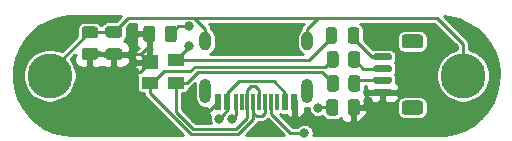
<source format=gbr>
%TF.GenerationSoftware,KiCad,Pcbnew,(5.1.10)-1*%
%TF.CreationDate,2022-01-12T20:58:50-06:00*%
%TF.ProjectId,kb-db,6b622d64-622e-46b6-9963-61645f706362,rev?*%
%TF.SameCoordinates,Original*%
%TF.FileFunction,Copper,L1,Top*%
%TF.FilePolarity,Positive*%
%FSLAX46Y46*%
G04 Gerber Fmt 4.6, Leading zero omitted, Abs format (unit mm)*
G04 Created by KiCad (PCBNEW (5.1.10)-1) date 2022-01-12 20:58:50*
%MOMM*%
%LPD*%
G01*
G04 APERTURE LIST*
%TA.AperFunction,ComponentPad*%
%ADD10C,3.800000*%
%TD*%
%TA.AperFunction,SMDPad,CuDef*%
%ADD11R,0.600000X1.450000*%
%TD*%
%TA.AperFunction,SMDPad,CuDef*%
%ADD12R,0.300000X1.450000*%
%TD*%
%TA.AperFunction,ComponentPad*%
%ADD13O,1.000000X2.100000*%
%TD*%
%TA.AperFunction,ComponentPad*%
%ADD14O,1.000000X1.600000*%
%TD*%
%TA.AperFunction,SMDPad,CuDef*%
%ADD15R,1.400000X1.000000*%
%TD*%
%TA.AperFunction,SMDPad,CuDef*%
%ADD16R,1.400000X1.200000*%
%TD*%
%TA.AperFunction,ViaPad*%
%ADD17C,0.800000*%
%TD*%
%TA.AperFunction,Conductor*%
%ADD18C,0.250000*%
%TD*%
%TA.AperFunction,Conductor*%
%ADD19C,0.254000*%
%TD*%
%TA.AperFunction,Conductor*%
%ADD20C,0.100000*%
%TD*%
G04 APERTURE END LIST*
D10*
%TO.P,H2,1*%
%TO.N,Earth*%
X61487000Y-63472000D03*
%TD*%
%TO.P,H1,1*%
%TO.N,Earth*%
X96487000Y-63472000D03*
%TD*%
%TO.P,J1,MP*%
%TO.N,N/C*%
%TA.AperFunction,SMDPad,CuDef*%
G36*
G01*
X91551999Y-65579000D02*
X92852001Y-65579000D01*
G75*
G02*
X93102000Y-65828999I0J-249999D01*
G01*
X93102000Y-66529001D01*
G75*
G02*
X92852001Y-66779000I-249999J0D01*
G01*
X91551999Y-66779000D01*
G75*
G02*
X91302000Y-66529001I0J249999D01*
G01*
X91302000Y-65828999D01*
G75*
G02*
X91551999Y-65579000I249999J0D01*
G01*
G37*
%TD.AperFunction*%
%TA.AperFunction,SMDPad,CuDef*%
G36*
G01*
X91551999Y-59979000D02*
X92852001Y-59979000D01*
G75*
G02*
X93102000Y-60228999I0J-249999D01*
G01*
X93102000Y-60929001D01*
G75*
G02*
X92852001Y-61179000I-249999J0D01*
G01*
X91551999Y-61179000D01*
G75*
G02*
X91302000Y-60929001I0J249999D01*
G01*
X91302000Y-60228999D01*
G75*
G02*
X91551999Y-59979000I249999J0D01*
G01*
G37*
%TD.AperFunction*%
%TO.P,J1,4*%
%TO.N,GND*%
%TA.AperFunction,SMDPad,CuDef*%
G36*
G01*
X89052000Y-64579000D02*
X90302000Y-64579000D01*
G75*
G02*
X90452000Y-64729000I0J-150000D01*
G01*
X90452000Y-65029000D01*
G75*
G02*
X90302000Y-65179000I-150000J0D01*
G01*
X89052000Y-65179000D01*
G75*
G02*
X88902000Y-65029000I0J150000D01*
G01*
X88902000Y-64729000D01*
G75*
G02*
X89052000Y-64579000I150000J0D01*
G01*
G37*
%TD.AperFunction*%
%TO.P,J1,3*%
%TO.N,D+*%
%TA.AperFunction,SMDPad,CuDef*%
G36*
G01*
X89052000Y-63579000D02*
X90302000Y-63579000D01*
G75*
G02*
X90452000Y-63729000I0J-150000D01*
G01*
X90452000Y-64029000D01*
G75*
G02*
X90302000Y-64179000I-150000J0D01*
G01*
X89052000Y-64179000D01*
G75*
G02*
X88902000Y-64029000I0J150000D01*
G01*
X88902000Y-63729000D01*
G75*
G02*
X89052000Y-63579000I150000J0D01*
G01*
G37*
%TD.AperFunction*%
%TO.P,J1,2*%
%TO.N,D-*%
%TA.AperFunction,SMDPad,CuDef*%
G36*
G01*
X89052000Y-62579000D02*
X90302000Y-62579000D01*
G75*
G02*
X90452000Y-62729000I0J-150000D01*
G01*
X90452000Y-63029000D01*
G75*
G02*
X90302000Y-63179000I-150000J0D01*
G01*
X89052000Y-63179000D01*
G75*
G02*
X88902000Y-63029000I0J150000D01*
G01*
X88902000Y-62729000D01*
G75*
G02*
X89052000Y-62579000I150000J0D01*
G01*
G37*
%TD.AperFunction*%
%TO.P,J1,1*%
%TO.N,+5V*%
%TA.AperFunction,SMDPad,CuDef*%
G36*
G01*
X89052000Y-61579000D02*
X90302000Y-61579000D01*
G75*
G02*
X90452000Y-61729000I0J-150000D01*
G01*
X90452000Y-62029000D01*
G75*
G02*
X90302000Y-62179000I-150000J0D01*
G01*
X89052000Y-62179000D01*
G75*
G02*
X88902000Y-62029000I0J150000D01*
G01*
X88902000Y-61729000D01*
G75*
G02*
X89052000Y-61579000I150000J0D01*
G01*
G37*
%TD.AperFunction*%
%TD*%
%TO.P,C1,2*%
%TO.N,GND*%
%TA.AperFunction,SMDPad,CuDef*%
G36*
G01*
X66454000Y-61156000D02*
X67404000Y-61156000D01*
G75*
G02*
X67654000Y-61406000I0J-250000D01*
G01*
X67654000Y-61906000D01*
G75*
G02*
X67404000Y-62156000I-250000J0D01*
G01*
X66454000Y-62156000D01*
G75*
G02*
X66204000Y-61906000I0J250000D01*
G01*
X66204000Y-61406000D01*
G75*
G02*
X66454000Y-61156000I250000J0D01*
G01*
G37*
%TD.AperFunction*%
%TO.P,C1,1*%
%TO.N,Earth*%
%TA.AperFunction,SMDPad,CuDef*%
G36*
G01*
X66454000Y-59256000D02*
X67404000Y-59256000D01*
G75*
G02*
X67654000Y-59506000I0J-250000D01*
G01*
X67654000Y-60006000D01*
G75*
G02*
X67404000Y-60256000I-250000J0D01*
G01*
X66454000Y-60256000D01*
G75*
G02*
X66204000Y-60006000I0J250000D01*
G01*
X66204000Y-59506000D01*
G75*
G02*
X66454000Y-59256000I250000J0D01*
G01*
G37*
%TD.AperFunction*%
%TD*%
D11*
%TO.P,USB1,12*%
%TO.N,GND*%
X75767000Y-65674000D03*
%TO.P,USB1,1*%
X82217000Y-65674000D03*
%TO.P,USB1,11*%
%TO.N,VCC*%
X76542000Y-65674000D03*
%TO.P,USB1,2*%
X81442000Y-65674000D03*
D12*
%TO.P,USB1,3*%
%TO.N,Net-(USB1-Pad3)*%
X80742000Y-65674000D03*
%TO.P,USB1,10*%
%TO.N,Net-(R2-Pad2)*%
X77242000Y-65674000D03*
%TO.P,USB1,4*%
%TO.N,Net-(R1-Pad2)*%
X80242000Y-65674000D03*
%TO.P,USB1,9*%
%TO.N,Net-(USB1-Pad9)*%
X77742000Y-65674000D03*
%TO.P,USB1,5*%
%TO.N,DBUS-*%
X79742000Y-65674000D03*
%TO.P,USB1,8*%
%TO.N,DBUS+*%
X78242000Y-65674000D03*
%TO.P,USB1,7*%
%TO.N,DBUS-*%
X78742000Y-65674000D03*
%TO.P,USB1,6*%
%TO.N,DBUS+*%
X79242000Y-65674000D03*
D13*
%TO.P,USB1,13*%
%TO.N,Earth*%
X83312000Y-64759000D03*
X74672000Y-64759000D03*
D14*
X83312000Y-60579000D03*
X74672000Y-60579000D03*
%TD*%
%TO.P,R5,2*%
%TO.N,GND*%
%TA.AperFunction,SMDPad,CuDef*%
G36*
G01*
X64446998Y-61129500D02*
X65347002Y-61129500D01*
G75*
G02*
X65597000Y-61379498I0J-249998D01*
G01*
X65597000Y-61904502D01*
G75*
G02*
X65347002Y-62154500I-249998J0D01*
G01*
X64446998Y-62154500D01*
G75*
G02*
X64197000Y-61904502I0J249998D01*
G01*
X64197000Y-61379498D01*
G75*
G02*
X64446998Y-61129500I249998J0D01*
G01*
G37*
%TD.AperFunction*%
%TO.P,R5,1*%
%TO.N,Earth*%
%TA.AperFunction,SMDPad,CuDef*%
G36*
G01*
X64446998Y-59304500D02*
X65347002Y-59304500D01*
G75*
G02*
X65597000Y-59554498I0J-249998D01*
G01*
X65597000Y-60079502D01*
G75*
G02*
X65347002Y-60329500I-249998J0D01*
G01*
X64446998Y-60329500D01*
G75*
G02*
X64197000Y-60079502I0J249998D01*
G01*
X64197000Y-59554498D01*
G75*
G02*
X64446998Y-59304500I249998J0D01*
G01*
G37*
%TD.AperFunction*%
%TD*%
%TO.P,R4,2*%
%TO.N,DBUS+*%
%TA.AperFunction,SMDPad,CuDef*%
G36*
G01*
X85983500Y-63684998D02*
X85983500Y-64585002D01*
G75*
G02*
X85733502Y-64835000I-249998J0D01*
G01*
X85208498Y-64835000D01*
G75*
G02*
X84958500Y-64585002I0J249998D01*
G01*
X84958500Y-63684998D01*
G75*
G02*
X85208498Y-63435000I249998J0D01*
G01*
X85733502Y-63435000D01*
G75*
G02*
X85983500Y-63684998I0J-249998D01*
G01*
G37*
%TD.AperFunction*%
%TO.P,R4,1*%
%TO.N,D+*%
%TA.AperFunction,SMDPad,CuDef*%
G36*
G01*
X87808500Y-63684998D02*
X87808500Y-64585002D01*
G75*
G02*
X87558502Y-64835000I-249998J0D01*
G01*
X87033498Y-64835000D01*
G75*
G02*
X86783500Y-64585002I0J249998D01*
G01*
X86783500Y-63684998D01*
G75*
G02*
X87033498Y-63435000I249998J0D01*
G01*
X87558502Y-63435000D01*
G75*
G02*
X87808500Y-63684998I0J-249998D01*
G01*
G37*
%TD.AperFunction*%
%TD*%
%TO.P,R3,2*%
%TO.N,DBUS-*%
%TA.AperFunction,SMDPad,CuDef*%
G36*
G01*
X85960000Y-61652998D02*
X85960000Y-62553002D01*
G75*
G02*
X85710002Y-62803000I-249998J0D01*
G01*
X85184998Y-62803000D01*
G75*
G02*
X84935000Y-62553002I0J249998D01*
G01*
X84935000Y-61652998D01*
G75*
G02*
X85184998Y-61403000I249998J0D01*
G01*
X85710002Y-61403000D01*
G75*
G02*
X85960000Y-61652998I0J-249998D01*
G01*
G37*
%TD.AperFunction*%
%TO.P,R3,1*%
%TO.N,D-*%
%TA.AperFunction,SMDPad,CuDef*%
G36*
G01*
X87785000Y-61652998D02*
X87785000Y-62553002D01*
G75*
G02*
X87535002Y-62803000I-249998J0D01*
G01*
X87009998Y-62803000D01*
G75*
G02*
X86760000Y-62553002I0J249998D01*
G01*
X86760000Y-61652998D01*
G75*
G02*
X87009998Y-61403000I249998J0D01*
G01*
X87535002Y-61403000D01*
G75*
G02*
X87785000Y-61652998I0J-249998D01*
G01*
G37*
%TD.AperFunction*%
%TD*%
%TO.P,R2,2*%
%TO.N,Net-(R2-Pad2)*%
%TA.AperFunction,SMDPad,CuDef*%
G36*
G01*
X71242500Y-60394002D02*
X71242500Y-59493998D01*
G75*
G02*
X71492498Y-59244000I249998J0D01*
G01*
X72017502Y-59244000D01*
G75*
G02*
X72267500Y-59493998I0J-249998D01*
G01*
X72267500Y-60394002D01*
G75*
G02*
X72017502Y-60644000I-249998J0D01*
G01*
X71492498Y-60644000D01*
G75*
G02*
X71242500Y-60394002I0J249998D01*
G01*
G37*
%TD.AperFunction*%
%TO.P,R2,1*%
%TO.N,GND*%
%TA.AperFunction,SMDPad,CuDef*%
G36*
G01*
X69417500Y-60394002D02*
X69417500Y-59493998D01*
G75*
G02*
X69667498Y-59244000I249998J0D01*
G01*
X70192502Y-59244000D01*
G75*
G02*
X70442500Y-59493998I0J-249998D01*
G01*
X70442500Y-60394002D01*
G75*
G02*
X70192502Y-60644000I-249998J0D01*
G01*
X69667498Y-60644000D01*
G75*
G02*
X69417500Y-60394002I0J249998D01*
G01*
G37*
%TD.AperFunction*%
%TD*%
%TO.P,R1,2*%
%TO.N,Net-(R1-Pad2)*%
%TA.AperFunction,SMDPad,CuDef*%
G36*
G01*
X85936500Y-65716998D02*
X85936500Y-66617002D01*
G75*
G02*
X85686502Y-66867000I-249998J0D01*
G01*
X85161498Y-66867000D01*
G75*
G02*
X84911500Y-66617002I0J249998D01*
G01*
X84911500Y-65716998D01*
G75*
G02*
X85161498Y-65467000I249998J0D01*
G01*
X85686502Y-65467000D01*
G75*
G02*
X85936500Y-65716998I0J-249998D01*
G01*
G37*
%TD.AperFunction*%
%TO.P,R1,1*%
%TO.N,GND*%
%TA.AperFunction,SMDPad,CuDef*%
G36*
G01*
X87761500Y-65716998D02*
X87761500Y-66617002D01*
G75*
G02*
X87511502Y-66867000I-249998J0D01*
G01*
X86986498Y-66867000D01*
G75*
G02*
X86736500Y-66617002I0J249998D01*
G01*
X86736500Y-65716998D01*
G75*
G02*
X86986498Y-65467000I249998J0D01*
G01*
X87511502Y-65467000D01*
G75*
G02*
X87761500Y-65716998I0J-249998D01*
G01*
G37*
%TD.AperFunction*%
%TD*%
%TO.P,F1,2*%
%TO.N,VCC*%
%TA.AperFunction,SMDPad,CuDef*%
G36*
G01*
X85831500Y-59614750D02*
X85831500Y-60527250D01*
G75*
G02*
X85587750Y-60771000I-243750J0D01*
G01*
X85100250Y-60771000D01*
G75*
G02*
X84856500Y-60527250I0J243750D01*
G01*
X84856500Y-59614750D01*
G75*
G02*
X85100250Y-59371000I243750J0D01*
G01*
X85587750Y-59371000D01*
G75*
G02*
X85831500Y-59614750I0J-243750D01*
G01*
G37*
%TD.AperFunction*%
%TO.P,F1,1*%
%TO.N,+5V*%
%TA.AperFunction,SMDPad,CuDef*%
G36*
G01*
X87706500Y-59614750D02*
X87706500Y-60527250D01*
G75*
G02*
X87462750Y-60771000I-243750J0D01*
G01*
X86975250Y-60771000D01*
G75*
G02*
X86731500Y-60527250I0J243750D01*
G01*
X86731500Y-59614750D01*
G75*
G02*
X86975250Y-59371000I243750J0D01*
G01*
X87462750Y-59371000D01*
G75*
G02*
X87706500Y-59614750I0J-243750D01*
G01*
G37*
%TD.AperFunction*%
%TD*%
D15*
%TO.P,D1,4*%
%TO.N,VCC*%
X72177000Y-62177000D03*
%TO.P,D1,3*%
%TO.N,DBUS+*%
X72177000Y-64077000D03*
%TO.P,D1,2*%
%TO.N,DBUS-*%
X69977000Y-64077000D03*
D16*
%TO.P,D1,1*%
%TO.N,GND*%
X69977000Y-62357000D03*
%TD*%
D17*
%TO.N,GND*%
X76156217Y-61259944D03*
X88429000Y-65612347D03*
%TO.N,VCC*%
X73279000Y-60960000D03*
X75853014Y-67116004D03*
%TO.N,GND*%
X82169000Y-67564000D03*
X73785365Y-67110635D03*
X68700000Y-63179000D03*
X79936000Y-68072000D03*
X81781000Y-61147000D03*
%TO.N,Net-(R1-Pad2)*%
X83058000Y-68326000D03*
X84194000Y-66227000D03*
%TO.N,Net-(R2-Pad2)*%
X76955000Y-67116002D03*
X73279000Y-59309000D03*
%TD*%
D18*
%TO.N,GND*%
X87874347Y-66167000D02*
X88429000Y-65612347D01*
X87874347Y-66167000D02*
X87249000Y-66167000D01*
%TO.N,Earth*%
X66868000Y-59817000D02*
X66929000Y-59756000D01*
X64897000Y-59817000D02*
X66868000Y-59817000D01*
X64823000Y-59817000D02*
X64897000Y-59817000D01*
X61487000Y-63153000D02*
X64823000Y-59817000D01*
X61487000Y-63472000D02*
X61487000Y-63153000D01*
X96487000Y-60784995D02*
X96487000Y-63472000D01*
X94286004Y-58583999D02*
X96487000Y-60784995D01*
X66929000Y-59756000D02*
X68101001Y-58583999D01*
X74672000Y-59499000D02*
X73756999Y-58583999D01*
X74672000Y-60579000D02*
X74672000Y-59499000D01*
X68101001Y-58583999D02*
X73756999Y-58583999D01*
X83312000Y-59489000D02*
X84217001Y-58583999D01*
X83312000Y-60579000D02*
X83312000Y-59489000D01*
X84217001Y-58583999D02*
X94286004Y-58583999D01*
X73756999Y-58583999D02*
X84217001Y-58583999D01*
%TO.N,VCC*%
X81442000Y-64913998D02*
X81442000Y-65674000D01*
X80466992Y-63938990D02*
X81442000Y-64913998D01*
X77517008Y-63938990D02*
X80466992Y-63938990D01*
X76542000Y-64913998D02*
X77517008Y-63938990D01*
X76542000Y-65674000D02*
X76542000Y-64913998D01*
X73279000Y-61075000D02*
X72177000Y-62177000D01*
X73279000Y-60960000D02*
X73279000Y-61075000D01*
X85344000Y-60251000D02*
X85344000Y-60071000D01*
X83418000Y-62177000D02*
X85344000Y-60251000D01*
X72177000Y-62177000D02*
X83418000Y-62177000D01*
X76542000Y-66427018D02*
X76253013Y-66716005D01*
X76253013Y-66716005D02*
X75853014Y-67116004D01*
X76542000Y-65674000D02*
X76542000Y-66427018D01*
%TO.N,DBUS+*%
X78242000Y-64713998D02*
X78566998Y-64389000D01*
X78242000Y-65674000D02*
X78242000Y-64713998D01*
X79242000Y-64713998D02*
X79242000Y-65674000D01*
X78917002Y-64389000D02*
X79242000Y-64713998D01*
X78566998Y-64389000D02*
X78917002Y-64389000D01*
X72177000Y-64077000D02*
X73127000Y-64077000D01*
X73127000Y-64077000D02*
X74015989Y-63188011D01*
X84524011Y-63188011D02*
X85471000Y-64135000D01*
X74015989Y-63188011D02*
X84524011Y-63188011D01*
X78242000Y-65674000D02*
X78242000Y-67029004D01*
X78242000Y-67029004D02*
X77266004Y-68005000D01*
X72177000Y-66527590D02*
X72177000Y-64077000D01*
X73654410Y-68005000D02*
X72177000Y-66527590D01*
X77266004Y-68005000D02*
X73654410Y-68005000D01*
%TO.N,DBUS-*%
X78742000Y-66634002D02*
X79036998Y-66929000D01*
X78742000Y-65674000D02*
X78742000Y-66634002D01*
X79742000Y-66634002D02*
X79742000Y-65674000D01*
X79447002Y-66929000D02*
X79742000Y-66634002D01*
X79036998Y-66929000D02*
X79447002Y-66929000D01*
X73406000Y-63119000D02*
X71135000Y-63119000D01*
X70177000Y-64077000D02*
X69977000Y-64077000D01*
X73787000Y-62738000D02*
X73406000Y-63119000D01*
X71135000Y-63119000D02*
X70177000Y-64077000D01*
X84812500Y-62738000D02*
X85447500Y-62103000D01*
X73787000Y-62738000D02*
X84812500Y-62738000D01*
X69977000Y-64964000D02*
X69977000Y-64077000D01*
X77452404Y-68455011D02*
X73468011Y-68455011D01*
X78742000Y-67165415D02*
X77452404Y-68455011D01*
X73468011Y-68455011D02*
X69977000Y-64964000D01*
X78742000Y-66634002D02*
X78742000Y-67165415D01*
%TO.N,+5V*%
X87219000Y-60295000D02*
X87219000Y-60071000D01*
X88803000Y-61879000D02*
X87219000Y-60295000D01*
X89677000Y-61879000D02*
X88803000Y-61879000D01*
%TO.N,GND*%
X82169000Y-65722000D02*
X82217000Y-65674000D01*
X87503000Y-67564000D02*
X89677000Y-65390000D01*
X89677000Y-65390000D02*
X89677000Y-64879000D01*
X82169000Y-67564000D02*
X82169000Y-65722000D01*
X82169000Y-67564000D02*
X87503000Y-67564000D01*
X74330365Y-67110635D02*
X73785365Y-67110635D01*
X75767000Y-65674000D02*
X74330365Y-67110635D01*
X69262000Y-61642000D02*
X69977000Y-62357000D01*
X64897000Y-61642000D02*
X69262000Y-61642000D01*
X69930000Y-60974000D02*
X69262000Y-61642000D01*
X69930000Y-59944000D02*
X69930000Y-60974000D01*
X69155000Y-63179000D02*
X69977000Y-62357000D01*
X68700000Y-63179000D02*
X69155000Y-63179000D01*
%TO.N,D+*%
X89675000Y-63881000D02*
X89677000Y-63879000D01*
X87550000Y-63881000D02*
X89675000Y-63881000D01*
X87296000Y-64135000D02*
X87550000Y-63881000D01*
%TO.N,D-*%
X88048500Y-62879000D02*
X87272500Y-62103000D01*
X89677000Y-62879000D02*
X88048500Y-62879000D01*
%TO.N,Net-(R1-Pad2)*%
X80242000Y-66710002D02*
X81857998Y-68326000D01*
X80242000Y-65674000D02*
X80242000Y-66710002D01*
X81857998Y-68326000D02*
X83058000Y-68326000D01*
X84254000Y-66167000D02*
X84194000Y-66227000D01*
X85424000Y-66167000D02*
X84254000Y-66167000D01*
%TO.N,Net-(R2-Pad2)*%
X77242000Y-66829002D02*
X76955000Y-67116002D01*
X77242000Y-65674000D02*
X77242000Y-66829002D01*
X72390000Y-59309000D02*
X71755000Y-59944000D01*
X73279000Y-59309000D02*
X72390000Y-59309000D01*
%TD*%
D19*
%TO.N,GND*%
X95336581Y-58501726D02*
X96161880Y-58715931D01*
X96939275Y-59066123D01*
X97646563Y-59542296D01*
X98263505Y-60130830D01*
X98772464Y-60814895D01*
X99158893Y-61574945D01*
X99411735Y-62389227D01*
X99523763Y-63234474D01*
X99491777Y-64086509D01*
X99316687Y-64920978D01*
X99003503Y-65714010D01*
X98561175Y-66442942D01*
X98002360Y-67086921D01*
X97343022Y-67627544D01*
X96602030Y-68049341D01*
X95800559Y-68340261D01*
X94953066Y-68493514D01*
X94476250Y-68516000D01*
X83816508Y-68516000D01*
X83839000Y-68402922D01*
X83839000Y-68249078D01*
X83808987Y-68098191D01*
X83750113Y-67956058D01*
X83664642Y-67828141D01*
X83555859Y-67719358D01*
X83427942Y-67633887D01*
X83285809Y-67575013D01*
X83134922Y-67545000D01*
X82981078Y-67545000D01*
X82830191Y-67575013D01*
X82688058Y-67633887D01*
X82560141Y-67719358D01*
X82459499Y-67820000D01*
X82067590Y-67820000D01*
X81009185Y-66761596D01*
X81017000Y-66759225D01*
X81067311Y-66774487D01*
X81142000Y-66781843D01*
X81409728Y-66781843D01*
X81465815Y-66850185D01*
X81562506Y-66929537D01*
X81672820Y-66988502D01*
X81792518Y-67024812D01*
X81917000Y-67037072D01*
X81931250Y-67034000D01*
X82090000Y-66875250D01*
X82090000Y-66556174D01*
X82095701Y-66545508D01*
X82117487Y-66473689D01*
X82124843Y-66399000D01*
X82124843Y-65527000D01*
X82344000Y-65527000D01*
X82344000Y-65547000D01*
X82364000Y-65547000D01*
X82364000Y-65801000D01*
X82344000Y-65801000D01*
X82344000Y-66875250D01*
X82502750Y-67034000D01*
X82517000Y-67037072D01*
X82641482Y-67024812D01*
X82761180Y-66988502D01*
X82871494Y-66929537D01*
X82968185Y-66850185D01*
X83047537Y-66753494D01*
X83106502Y-66643180D01*
X83142812Y-66523482D01*
X83155072Y-66399000D01*
X83153531Y-66178654D01*
X83312000Y-66194262D01*
X83413000Y-66184314D01*
X83413000Y-66303922D01*
X83443013Y-66454809D01*
X83501887Y-66596942D01*
X83587358Y-66724859D01*
X83696141Y-66833642D01*
X83824058Y-66919113D01*
X83966191Y-66977987D01*
X84117078Y-67008000D01*
X84270922Y-67008000D01*
X84421809Y-66977987D01*
X84563942Y-66919113D01*
X84597042Y-66896996D01*
X84635310Y-66968590D01*
X84714012Y-67064488D01*
X84809910Y-67143190D01*
X84919320Y-67201671D01*
X85038037Y-67237683D01*
X85161498Y-67249843D01*
X85686502Y-67249843D01*
X85809963Y-67237683D01*
X85928680Y-67201671D01*
X86038090Y-67143190D01*
X86133064Y-67065246D01*
X86146998Y-67111180D01*
X86205963Y-67221494D01*
X86285315Y-67318185D01*
X86382006Y-67397537D01*
X86492320Y-67456502D01*
X86612018Y-67492812D01*
X86736500Y-67505072D01*
X86963250Y-67502000D01*
X87122000Y-67343250D01*
X87122000Y-66294000D01*
X87376000Y-66294000D01*
X87376000Y-67343250D01*
X87534750Y-67502000D01*
X87761500Y-67505072D01*
X87885982Y-67492812D01*
X88005680Y-67456502D01*
X88115994Y-67397537D01*
X88212685Y-67318185D01*
X88292037Y-67221494D01*
X88351002Y-67111180D01*
X88387312Y-66991482D01*
X88399572Y-66867000D01*
X88396500Y-66452750D01*
X88237750Y-66294000D01*
X87376000Y-66294000D01*
X87122000Y-66294000D01*
X87102000Y-66294000D01*
X87102000Y-66040000D01*
X87122000Y-66040000D01*
X87122000Y-66020000D01*
X87376000Y-66020000D01*
X87376000Y-66040000D01*
X88237750Y-66040000D01*
X88396500Y-65881250D01*
X88396887Y-65828999D01*
X90919157Y-65828999D01*
X90919157Y-66529001D01*
X90931317Y-66652462D01*
X90967329Y-66771179D01*
X91025810Y-66880589D01*
X91104512Y-66976488D01*
X91200411Y-67055190D01*
X91309821Y-67113671D01*
X91428538Y-67149683D01*
X91551999Y-67161843D01*
X92852001Y-67161843D01*
X92975462Y-67149683D01*
X93094179Y-67113671D01*
X93203589Y-67055190D01*
X93299488Y-66976488D01*
X93378190Y-66880589D01*
X93436671Y-66771179D01*
X93472683Y-66652462D01*
X93484843Y-66529001D01*
X93484843Y-65828999D01*
X93472683Y-65705538D01*
X93436671Y-65586821D01*
X93378190Y-65477411D01*
X93299488Y-65381512D01*
X93203589Y-65302810D01*
X93094179Y-65244329D01*
X92975462Y-65208317D01*
X92852001Y-65196157D01*
X91551999Y-65196157D01*
X91428538Y-65208317D01*
X91309821Y-65244329D01*
X91200411Y-65302810D01*
X91104512Y-65381512D01*
X91025810Y-65477411D01*
X90967329Y-65586821D01*
X90931317Y-65705538D01*
X90919157Y-65828999D01*
X88396887Y-65828999D01*
X88398832Y-65566843D01*
X88450815Y-65630185D01*
X88547506Y-65709537D01*
X88657820Y-65768502D01*
X88777518Y-65804812D01*
X88902000Y-65817072D01*
X89391250Y-65814000D01*
X89550000Y-65655250D01*
X89550000Y-65006000D01*
X89804000Y-65006000D01*
X89804000Y-65655250D01*
X89962750Y-65814000D01*
X90452000Y-65817072D01*
X90576482Y-65804812D01*
X90696180Y-65768502D01*
X90806494Y-65709537D01*
X90903185Y-65630185D01*
X90982537Y-65533494D01*
X91041502Y-65423180D01*
X91077812Y-65303482D01*
X91090072Y-65179000D01*
X91087000Y-65164750D01*
X90928250Y-65006000D01*
X89804000Y-65006000D01*
X89550000Y-65006000D01*
X88425750Y-65006000D01*
X88301514Y-65130236D01*
X88292037Y-65112506D01*
X88212685Y-65015815D01*
X88115994Y-64936463D01*
X88091699Y-64923477D01*
X88143171Y-64827180D01*
X88179183Y-64708463D01*
X88191343Y-64585002D01*
X88191343Y-64387000D01*
X88296669Y-64387000D01*
X88276188Y-64454518D01*
X88263928Y-64579000D01*
X88267000Y-64593250D01*
X88425750Y-64752000D01*
X89550000Y-64752000D01*
X89550000Y-64732000D01*
X89804000Y-64732000D01*
X89804000Y-64752000D01*
X90928250Y-64752000D01*
X91087000Y-64593250D01*
X91090072Y-64579000D01*
X91077812Y-64454518D01*
X91041502Y-64334820D01*
X90982537Y-64224506D01*
X90903185Y-64127815D01*
X90830950Y-64068533D01*
X90834843Y-64029000D01*
X90834843Y-63729000D01*
X90824605Y-63625047D01*
X90794283Y-63525090D01*
X90745043Y-63432968D01*
X90700752Y-63379000D01*
X90745043Y-63325032D01*
X90794283Y-63232910D01*
X90824605Y-63132953D01*
X90834843Y-63029000D01*
X90834843Y-62729000D01*
X90824605Y-62625047D01*
X90794283Y-62525090D01*
X90745043Y-62432968D01*
X90700752Y-62379000D01*
X90745043Y-62325032D01*
X90794283Y-62232910D01*
X90824605Y-62132953D01*
X90834843Y-62029000D01*
X90834843Y-61729000D01*
X90824605Y-61625047D01*
X90794283Y-61525090D01*
X90745043Y-61432968D01*
X90678777Y-61352223D01*
X90598032Y-61285957D01*
X90505910Y-61236717D01*
X90405953Y-61206395D01*
X90302000Y-61196157D01*
X89052000Y-61196157D01*
X88948047Y-61206395D01*
X88869741Y-61230149D01*
X88089343Y-60449752D01*
X88089343Y-60228999D01*
X90919157Y-60228999D01*
X90919157Y-60929001D01*
X90931317Y-61052462D01*
X90967329Y-61171179D01*
X91025810Y-61280589D01*
X91104512Y-61376488D01*
X91200411Y-61455190D01*
X91309821Y-61513671D01*
X91428538Y-61549683D01*
X91551999Y-61561843D01*
X92852001Y-61561843D01*
X92975462Y-61549683D01*
X93094179Y-61513671D01*
X93203589Y-61455190D01*
X93299488Y-61376488D01*
X93378190Y-61280589D01*
X93436671Y-61171179D01*
X93472683Y-61052462D01*
X93484843Y-60929001D01*
X93484843Y-60228999D01*
X93472683Y-60105538D01*
X93436671Y-59986821D01*
X93378190Y-59877411D01*
X93299488Y-59781512D01*
X93203589Y-59702810D01*
X93094179Y-59644329D01*
X92975462Y-59608317D01*
X92852001Y-59596157D01*
X91551999Y-59596157D01*
X91428538Y-59608317D01*
X91309821Y-59644329D01*
X91200411Y-59702810D01*
X91104512Y-59781512D01*
X91025810Y-59877411D01*
X90967329Y-59986821D01*
X90931317Y-60105538D01*
X90919157Y-60228999D01*
X88089343Y-60228999D01*
X88089343Y-59614750D01*
X88077303Y-59492508D01*
X88041646Y-59374963D01*
X87983743Y-59266634D01*
X87905818Y-59171682D01*
X87810866Y-59093757D01*
X87803835Y-59089999D01*
X94076413Y-59089999D01*
X95981000Y-60994587D01*
X95981000Y-61246962D01*
X95821657Y-61278657D01*
X95406541Y-61450604D01*
X95032947Y-61700231D01*
X94715231Y-62017947D01*
X94465604Y-62391541D01*
X94293657Y-62806657D01*
X94206000Y-63247341D01*
X94206000Y-63696659D01*
X94293657Y-64137343D01*
X94465604Y-64552459D01*
X94715231Y-64926053D01*
X95032947Y-65243769D01*
X95406541Y-65493396D01*
X95821657Y-65665343D01*
X96262341Y-65753000D01*
X96711659Y-65753000D01*
X97152343Y-65665343D01*
X97567459Y-65493396D01*
X97941053Y-65243769D01*
X98258769Y-64926053D01*
X98508396Y-64552459D01*
X98680343Y-64137343D01*
X98768000Y-63696659D01*
X98768000Y-63247341D01*
X98680343Y-62806657D01*
X98508396Y-62391541D01*
X98258769Y-62017947D01*
X97941053Y-61700231D01*
X97567459Y-61450604D01*
X97152343Y-61278657D01*
X96993000Y-61246962D01*
X96993000Y-60809840D01*
X96995447Y-60784994D01*
X96993000Y-60760148D01*
X96993000Y-60760141D01*
X96985678Y-60685802D01*
X96985674Y-60685787D01*
X96974285Y-60648243D01*
X96956745Y-60590420D01*
X96909759Y-60502516D01*
X96846527Y-60425468D01*
X96827220Y-60409623D01*
X94880635Y-58463039D01*
X95336581Y-58501726D01*
%TA.AperFunction,Conductor*%
D20*
G36*
X95336581Y-58501726D02*
G01*
X96161880Y-58715931D01*
X96939275Y-59066123D01*
X97646563Y-59542296D01*
X98263505Y-60130830D01*
X98772464Y-60814895D01*
X99158893Y-61574945D01*
X99411735Y-62389227D01*
X99523763Y-63234474D01*
X99491777Y-64086509D01*
X99316687Y-64920978D01*
X99003503Y-65714010D01*
X98561175Y-66442942D01*
X98002360Y-67086921D01*
X97343022Y-67627544D01*
X96602030Y-68049341D01*
X95800559Y-68340261D01*
X94953066Y-68493514D01*
X94476250Y-68516000D01*
X83816508Y-68516000D01*
X83839000Y-68402922D01*
X83839000Y-68249078D01*
X83808987Y-68098191D01*
X83750113Y-67956058D01*
X83664642Y-67828141D01*
X83555859Y-67719358D01*
X83427942Y-67633887D01*
X83285809Y-67575013D01*
X83134922Y-67545000D01*
X82981078Y-67545000D01*
X82830191Y-67575013D01*
X82688058Y-67633887D01*
X82560141Y-67719358D01*
X82459499Y-67820000D01*
X82067590Y-67820000D01*
X81009185Y-66761596D01*
X81017000Y-66759225D01*
X81067311Y-66774487D01*
X81142000Y-66781843D01*
X81409728Y-66781843D01*
X81465815Y-66850185D01*
X81562506Y-66929537D01*
X81672820Y-66988502D01*
X81792518Y-67024812D01*
X81917000Y-67037072D01*
X81931250Y-67034000D01*
X82090000Y-66875250D01*
X82090000Y-66556174D01*
X82095701Y-66545508D01*
X82117487Y-66473689D01*
X82124843Y-66399000D01*
X82124843Y-65527000D01*
X82344000Y-65527000D01*
X82344000Y-65547000D01*
X82364000Y-65547000D01*
X82364000Y-65801000D01*
X82344000Y-65801000D01*
X82344000Y-66875250D01*
X82502750Y-67034000D01*
X82517000Y-67037072D01*
X82641482Y-67024812D01*
X82761180Y-66988502D01*
X82871494Y-66929537D01*
X82968185Y-66850185D01*
X83047537Y-66753494D01*
X83106502Y-66643180D01*
X83142812Y-66523482D01*
X83155072Y-66399000D01*
X83153531Y-66178654D01*
X83312000Y-66194262D01*
X83413000Y-66184314D01*
X83413000Y-66303922D01*
X83443013Y-66454809D01*
X83501887Y-66596942D01*
X83587358Y-66724859D01*
X83696141Y-66833642D01*
X83824058Y-66919113D01*
X83966191Y-66977987D01*
X84117078Y-67008000D01*
X84270922Y-67008000D01*
X84421809Y-66977987D01*
X84563942Y-66919113D01*
X84597042Y-66896996D01*
X84635310Y-66968590D01*
X84714012Y-67064488D01*
X84809910Y-67143190D01*
X84919320Y-67201671D01*
X85038037Y-67237683D01*
X85161498Y-67249843D01*
X85686502Y-67249843D01*
X85809963Y-67237683D01*
X85928680Y-67201671D01*
X86038090Y-67143190D01*
X86133064Y-67065246D01*
X86146998Y-67111180D01*
X86205963Y-67221494D01*
X86285315Y-67318185D01*
X86382006Y-67397537D01*
X86492320Y-67456502D01*
X86612018Y-67492812D01*
X86736500Y-67505072D01*
X86963250Y-67502000D01*
X87122000Y-67343250D01*
X87122000Y-66294000D01*
X87376000Y-66294000D01*
X87376000Y-67343250D01*
X87534750Y-67502000D01*
X87761500Y-67505072D01*
X87885982Y-67492812D01*
X88005680Y-67456502D01*
X88115994Y-67397537D01*
X88212685Y-67318185D01*
X88292037Y-67221494D01*
X88351002Y-67111180D01*
X88387312Y-66991482D01*
X88399572Y-66867000D01*
X88396500Y-66452750D01*
X88237750Y-66294000D01*
X87376000Y-66294000D01*
X87122000Y-66294000D01*
X87102000Y-66294000D01*
X87102000Y-66040000D01*
X87122000Y-66040000D01*
X87122000Y-66020000D01*
X87376000Y-66020000D01*
X87376000Y-66040000D01*
X88237750Y-66040000D01*
X88396500Y-65881250D01*
X88396887Y-65828999D01*
X90919157Y-65828999D01*
X90919157Y-66529001D01*
X90931317Y-66652462D01*
X90967329Y-66771179D01*
X91025810Y-66880589D01*
X91104512Y-66976488D01*
X91200411Y-67055190D01*
X91309821Y-67113671D01*
X91428538Y-67149683D01*
X91551999Y-67161843D01*
X92852001Y-67161843D01*
X92975462Y-67149683D01*
X93094179Y-67113671D01*
X93203589Y-67055190D01*
X93299488Y-66976488D01*
X93378190Y-66880589D01*
X93436671Y-66771179D01*
X93472683Y-66652462D01*
X93484843Y-66529001D01*
X93484843Y-65828999D01*
X93472683Y-65705538D01*
X93436671Y-65586821D01*
X93378190Y-65477411D01*
X93299488Y-65381512D01*
X93203589Y-65302810D01*
X93094179Y-65244329D01*
X92975462Y-65208317D01*
X92852001Y-65196157D01*
X91551999Y-65196157D01*
X91428538Y-65208317D01*
X91309821Y-65244329D01*
X91200411Y-65302810D01*
X91104512Y-65381512D01*
X91025810Y-65477411D01*
X90967329Y-65586821D01*
X90931317Y-65705538D01*
X90919157Y-65828999D01*
X88396887Y-65828999D01*
X88398832Y-65566843D01*
X88450815Y-65630185D01*
X88547506Y-65709537D01*
X88657820Y-65768502D01*
X88777518Y-65804812D01*
X88902000Y-65817072D01*
X89391250Y-65814000D01*
X89550000Y-65655250D01*
X89550000Y-65006000D01*
X89804000Y-65006000D01*
X89804000Y-65655250D01*
X89962750Y-65814000D01*
X90452000Y-65817072D01*
X90576482Y-65804812D01*
X90696180Y-65768502D01*
X90806494Y-65709537D01*
X90903185Y-65630185D01*
X90982537Y-65533494D01*
X91041502Y-65423180D01*
X91077812Y-65303482D01*
X91090072Y-65179000D01*
X91087000Y-65164750D01*
X90928250Y-65006000D01*
X89804000Y-65006000D01*
X89550000Y-65006000D01*
X88425750Y-65006000D01*
X88301514Y-65130236D01*
X88292037Y-65112506D01*
X88212685Y-65015815D01*
X88115994Y-64936463D01*
X88091699Y-64923477D01*
X88143171Y-64827180D01*
X88179183Y-64708463D01*
X88191343Y-64585002D01*
X88191343Y-64387000D01*
X88296669Y-64387000D01*
X88276188Y-64454518D01*
X88263928Y-64579000D01*
X88267000Y-64593250D01*
X88425750Y-64752000D01*
X89550000Y-64752000D01*
X89550000Y-64732000D01*
X89804000Y-64732000D01*
X89804000Y-64752000D01*
X90928250Y-64752000D01*
X91087000Y-64593250D01*
X91090072Y-64579000D01*
X91077812Y-64454518D01*
X91041502Y-64334820D01*
X90982537Y-64224506D01*
X90903185Y-64127815D01*
X90830950Y-64068533D01*
X90834843Y-64029000D01*
X90834843Y-63729000D01*
X90824605Y-63625047D01*
X90794283Y-63525090D01*
X90745043Y-63432968D01*
X90700752Y-63379000D01*
X90745043Y-63325032D01*
X90794283Y-63232910D01*
X90824605Y-63132953D01*
X90834843Y-63029000D01*
X90834843Y-62729000D01*
X90824605Y-62625047D01*
X90794283Y-62525090D01*
X90745043Y-62432968D01*
X90700752Y-62379000D01*
X90745043Y-62325032D01*
X90794283Y-62232910D01*
X90824605Y-62132953D01*
X90834843Y-62029000D01*
X90834843Y-61729000D01*
X90824605Y-61625047D01*
X90794283Y-61525090D01*
X90745043Y-61432968D01*
X90678777Y-61352223D01*
X90598032Y-61285957D01*
X90505910Y-61236717D01*
X90405953Y-61206395D01*
X90302000Y-61196157D01*
X89052000Y-61196157D01*
X88948047Y-61206395D01*
X88869741Y-61230149D01*
X88089343Y-60449752D01*
X88089343Y-60228999D01*
X90919157Y-60228999D01*
X90919157Y-60929001D01*
X90931317Y-61052462D01*
X90967329Y-61171179D01*
X91025810Y-61280589D01*
X91104512Y-61376488D01*
X91200411Y-61455190D01*
X91309821Y-61513671D01*
X91428538Y-61549683D01*
X91551999Y-61561843D01*
X92852001Y-61561843D01*
X92975462Y-61549683D01*
X93094179Y-61513671D01*
X93203589Y-61455190D01*
X93299488Y-61376488D01*
X93378190Y-61280589D01*
X93436671Y-61171179D01*
X93472683Y-61052462D01*
X93484843Y-60929001D01*
X93484843Y-60228999D01*
X93472683Y-60105538D01*
X93436671Y-59986821D01*
X93378190Y-59877411D01*
X93299488Y-59781512D01*
X93203589Y-59702810D01*
X93094179Y-59644329D01*
X92975462Y-59608317D01*
X92852001Y-59596157D01*
X91551999Y-59596157D01*
X91428538Y-59608317D01*
X91309821Y-59644329D01*
X91200411Y-59702810D01*
X91104512Y-59781512D01*
X91025810Y-59877411D01*
X90967329Y-59986821D01*
X90931317Y-60105538D01*
X90919157Y-60228999D01*
X88089343Y-60228999D01*
X88089343Y-59614750D01*
X88077303Y-59492508D01*
X88041646Y-59374963D01*
X87983743Y-59266634D01*
X87905818Y-59171682D01*
X87810866Y-59093757D01*
X87803835Y-59089999D01*
X94076413Y-59089999D01*
X95981000Y-60994587D01*
X95981000Y-61246962D01*
X95821657Y-61278657D01*
X95406541Y-61450604D01*
X95032947Y-61700231D01*
X94715231Y-62017947D01*
X94465604Y-62391541D01*
X94293657Y-62806657D01*
X94206000Y-63247341D01*
X94206000Y-63696659D01*
X94293657Y-64137343D01*
X94465604Y-64552459D01*
X94715231Y-64926053D01*
X95032947Y-65243769D01*
X95406541Y-65493396D01*
X95821657Y-65665343D01*
X96262341Y-65753000D01*
X96711659Y-65753000D01*
X97152343Y-65665343D01*
X97567459Y-65493396D01*
X97941053Y-65243769D01*
X98258769Y-64926053D01*
X98508396Y-64552459D01*
X98680343Y-64137343D01*
X98768000Y-63696659D01*
X98768000Y-63247341D01*
X98680343Y-62806657D01*
X98508396Y-62391541D01*
X98258769Y-62017947D01*
X97941053Y-61700231D01*
X97567459Y-61450604D01*
X97152343Y-61278657D01*
X96993000Y-61246962D01*
X96993000Y-60809840D01*
X96995447Y-60784994D01*
X96993000Y-60760148D01*
X96993000Y-60760141D01*
X96985678Y-60685802D01*
X96985674Y-60685787D01*
X96974285Y-60648243D01*
X96956745Y-60590420D01*
X96909759Y-60502516D01*
X96846527Y-60425468D01*
X96827220Y-60409623D01*
X94880635Y-58463039D01*
X95336581Y-58501726D01*
G37*
%TD.AperFunction*%
D19*
X81332406Y-68516000D02*
X78107006Y-68516000D01*
X79082220Y-67540787D01*
X79101527Y-67524942D01*
X79164759Y-67447894D01*
X79171651Y-67435000D01*
X79422156Y-67435000D01*
X79447002Y-67437447D01*
X79471848Y-67435000D01*
X79471856Y-67435000D01*
X79546195Y-67427678D01*
X79641577Y-67398745D01*
X79729481Y-67351759D01*
X79806529Y-67288527D01*
X79822378Y-67269215D01*
X79954000Y-67137593D01*
X81332406Y-68516000D01*
%TA.AperFunction,Conductor*%
D20*
G36*
X81332406Y-68516000D02*
G01*
X78107006Y-68516000D01*
X79082220Y-67540787D01*
X79101527Y-67524942D01*
X79164759Y-67447894D01*
X79171651Y-67435000D01*
X79422156Y-67435000D01*
X79447002Y-67437447D01*
X79471848Y-67435000D01*
X79471856Y-67435000D01*
X79546195Y-67427678D01*
X79641577Y-67398745D01*
X79729481Y-67351759D01*
X79806529Y-67288527D01*
X79822378Y-67269215D01*
X79954000Y-67137593D01*
X81332406Y-68516000D01*
G37*
%TD.AperFunction*%
D19*
X67096252Y-58873157D02*
X66454000Y-58873157D01*
X66330538Y-58885317D01*
X66211821Y-58921329D01*
X66102411Y-58979810D01*
X66006512Y-59058512D01*
X65927810Y-59154411D01*
X65887538Y-59229754D01*
X65873190Y-59202910D01*
X65794488Y-59107012D01*
X65698590Y-59028310D01*
X65589180Y-58969829D01*
X65470463Y-58933817D01*
X65347002Y-58921657D01*
X64446998Y-58921657D01*
X64323537Y-58933817D01*
X64204820Y-58969829D01*
X64095410Y-59028310D01*
X63999512Y-59107012D01*
X63920810Y-59202910D01*
X63862329Y-59312320D01*
X63826317Y-59431037D01*
X63814157Y-59554498D01*
X63814157Y-60079502D01*
X63816914Y-60107494D01*
X62501235Y-61423173D01*
X62152343Y-61278657D01*
X61711659Y-61191000D01*
X61262341Y-61191000D01*
X60821657Y-61278657D01*
X60406541Y-61450604D01*
X60032947Y-61700231D01*
X59715231Y-62017947D01*
X59465604Y-62391541D01*
X59293657Y-62806657D01*
X59206000Y-63247341D01*
X59206000Y-63696659D01*
X59293657Y-64137343D01*
X59465604Y-64552459D01*
X59715231Y-64926053D01*
X60032947Y-65243769D01*
X60406541Y-65493396D01*
X60821657Y-65665343D01*
X61262341Y-65753000D01*
X61711659Y-65753000D01*
X62152343Y-65665343D01*
X62567459Y-65493396D01*
X62941053Y-65243769D01*
X63258769Y-64926053D01*
X63508396Y-64552459D01*
X63680343Y-64137343D01*
X63768000Y-63696659D01*
X63768000Y-63247341D01*
X63680343Y-62806657D01*
X63508396Y-62391541D01*
X63290362Y-62065229D01*
X63586590Y-61769002D01*
X63720748Y-61769002D01*
X63562000Y-61927750D01*
X63558928Y-62154500D01*
X63571188Y-62278982D01*
X63607498Y-62398680D01*
X63666463Y-62508994D01*
X63745815Y-62605685D01*
X63842506Y-62685037D01*
X63952820Y-62744002D01*
X64072518Y-62780312D01*
X64197000Y-62792572D01*
X64611250Y-62789500D01*
X64770000Y-62630750D01*
X64770000Y-61769000D01*
X65024000Y-61769000D01*
X65024000Y-62630750D01*
X65182750Y-62789500D01*
X65597000Y-62792572D01*
X65721482Y-62780312D01*
X65841180Y-62744002D01*
X65899097Y-62713044D01*
X65959820Y-62745502D01*
X66079518Y-62781812D01*
X66204000Y-62794072D01*
X66643250Y-62791000D01*
X66802000Y-62632250D01*
X66802000Y-61783000D01*
X67056000Y-61783000D01*
X67056000Y-62632250D01*
X67214750Y-62791000D01*
X67654000Y-62794072D01*
X67778482Y-62781812D01*
X67898180Y-62745502D01*
X68008494Y-62686537D01*
X68105185Y-62607185D01*
X68184537Y-62510494D01*
X68243502Y-62400180D01*
X68279812Y-62280482D01*
X68292072Y-62156000D01*
X68289000Y-61941750D01*
X68130250Y-61783000D01*
X67056000Y-61783000D01*
X66802000Y-61783000D01*
X66087250Y-61783000D01*
X66073250Y-61769000D01*
X65024000Y-61769000D01*
X64770000Y-61769000D01*
X64750000Y-61769000D01*
X64750000Y-61757000D01*
X68638928Y-61757000D01*
X68642000Y-62071250D01*
X68800750Y-62230000D01*
X69850000Y-62230000D01*
X69850000Y-61280750D01*
X69746250Y-61177000D01*
X69803000Y-61120250D01*
X69803000Y-60071000D01*
X68941250Y-60071000D01*
X68782500Y-60229750D01*
X68779428Y-60644000D01*
X68791688Y-60768482D01*
X68827998Y-60888180D01*
X68886963Y-60998494D01*
X68966315Y-61095185D01*
X69048597Y-61162712D01*
X69032820Y-61167498D01*
X68922506Y-61226463D01*
X68825815Y-61305815D01*
X68746463Y-61402506D01*
X68687498Y-61512820D01*
X68651188Y-61632518D01*
X68638928Y-61757000D01*
X64750000Y-61757000D01*
X64750000Y-61515000D01*
X64770000Y-61515000D01*
X64770000Y-61495000D01*
X65024000Y-61495000D01*
X65024000Y-61515000D01*
X65713750Y-61515000D01*
X65727750Y-61529000D01*
X66802000Y-61529000D01*
X66802000Y-61509000D01*
X67056000Y-61509000D01*
X67056000Y-61529000D01*
X68130250Y-61529000D01*
X68289000Y-61370250D01*
X68292072Y-61156000D01*
X68279812Y-61031518D01*
X68243502Y-60911820D01*
X68184537Y-60801506D01*
X68105185Y-60704815D01*
X68008494Y-60625463D01*
X67898180Y-60566498D01*
X67778482Y-60530188D01*
X67760220Y-60528389D01*
X67851488Y-60453488D01*
X67930190Y-60357589D01*
X67988671Y-60248179D01*
X68024683Y-60129462D01*
X68036843Y-60006000D01*
X68036843Y-59506000D01*
X68024683Y-59382538D01*
X68023140Y-59377452D01*
X68310593Y-59089999D01*
X68800642Y-59089999D01*
X68791688Y-59119518D01*
X68779428Y-59244000D01*
X68782500Y-59658250D01*
X68941250Y-59817000D01*
X69803000Y-59817000D01*
X69803000Y-59797000D01*
X70057000Y-59797000D01*
X70057000Y-59817000D01*
X70077000Y-59817000D01*
X70077000Y-60071000D01*
X70057000Y-60071000D01*
X70057000Y-61120250D01*
X70160750Y-61224000D01*
X70104000Y-61280750D01*
X70104000Y-62230000D01*
X70124000Y-62230000D01*
X70124000Y-62484000D01*
X70104000Y-62484000D01*
X70104000Y-62504000D01*
X69850000Y-62504000D01*
X69850000Y-62484000D01*
X68800750Y-62484000D01*
X68642000Y-62642750D01*
X68638928Y-62957000D01*
X68651188Y-63081482D01*
X68687498Y-63201180D01*
X68746463Y-63311494D01*
X68825815Y-63408185D01*
X68909286Y-63476687D01*
X68901513Y-63502311D01*
X68894157Y-63577000D01*
X68894157Y-64577000D01*
X68901513Y-64651689D01*
X68923299Y-64723508D01*
X68958678Y-64789696D01*
X69006289Y-64847711D01*
X69064304Y-64895322D01*
X69130492Y-64930701D01*
X69202311Y-64952487D01*
X69277000Y-64959843D01*
X69468962Y-64959843D01*
X69468553Y-64964000D01*
X69471000Y-64988846D01*
X69471000Y-64988853D01*
X69478322Y-65063192D01*
X69507255Y-65158574D01*
X69554241Y-65246479D01*
X69617473Y-65323527D01*
X69636785Y-65339376D01*
X72813408Y-68516000D01*
X63506309Y-68516000D01*
X62637420Y-68442274D01*
X61812125Y-68228070D01*
X61034725Y-67877877D01*
X60327434Y-67401701D01*
X59710493Y-66813167D01*
X59201534Y-66129103D01*
X58815107Y-65369055D01*
X58562265Y-64554774D01*
X58450237Y-63709526D01*
X58482223Y-62857491D01*
X58657313Y-62023022D01*
X58970496Y-61229993D01*
X59412827Y-60501054D01*
X59971640Y-59857080D01*
X60630978Y-59316456D01*
X61371972Y-58894658D01*
X62173445Y-58603737D01*
X63020934Y-58450486D01*
X63497750Y-58428000D01*
X67541408Y-58428000D01*
X67096252Y-58873157D01*
%TA.AperFunction,Conductor*%
D20*
G36*
X67096252Y-58873157D02*
G01*
X66454000Y-58873157D01*
X66330538Y-58885317D01*
X66211821Y-58921329D01*
X66102411Y-58979810D01*
X66006512Y-59058512D01*
X65927810Y-59154411D01*
X65887538Y-59229754D01*
X65873190Y-59202910D01*
X65794488Y-59107012D01*
X65698590Y-59028310D01*
X65589180Y-58969829D01*
X65470463Y-58933817D01*
X65347002Y-58921657D01*
X64446998Y-58921657D01*
X64323537Y-58933817D01*
X64204820Y-58969829D01*
X64095410Y-59028310D01*
X63999512Y-59107012D01*
X63920810Y-59202910D01*
X63862329Y-59312320D01*
X63826317Y-59431037D01*
X63814157Y-59554498D01*
X63814157Y-60079502D01*
X63816914Y-60107494D01*
X62501235Y-61423173D01*
X62152343Y-61278657D01*
X61711659Y-61191000D01*
X61262341Y-61191000D01*
X60821657Y-61278657D01*
X60406541Y-61450604D01*
X60032947Y-61700231D01*
X59715231Y-62017947D01*
X59465604Y-62391541D01*
X59293657Y-62806657D01*
X59206000Y-63247341D01*
X59206000Y-63696659D01*
X59293657Y-64137343D01*
X59465604Y-64552459D01*
X59715231Y-64926053D01*
X60032947Y-65243769D01*
X60406541Y-65493396D01*
X60821657Y-65665343D01*
X61262341Y-65753000D01*
X61711659Y-65753000D01*
X62152343Y-65665343D01*
X62567459Y-65493396D01*
X62941053Y-65243769D01*
X63258769Y-64926053D01*
X63508396Y-64552459D01*
X63680343Y-64137343D01*
X63768000Y-63696659D01*
X63768000Y-63247341D01*
X63680343Y-62806657D01*
X63508396Y-62391541D01*
X63290362Y-62065229D01*
X63586590Y-61769002D01*
X63720748Y-61769002D01*
X63562000Y-61927750D01*
X63558928Y-62154500D01*
X63571188Y-62278982D01*
X63607498Y-62398680D01*
X63666463Y-62508994D01*
X63745815Y-62605685D01*
X63842506Y-62685037D01*
X63952820Y-62744002D01*
X64072518Y-62780312D01*
X64197000Y-62792572D01*
X64611250Y-62789500D01*
X64770000Y-62630750D01*
X64770000Y-61769000D01*
X65024000Y-61769000D01*
X65024000Y-62630750D01*
X65182750Y-62789500D01*
X65597000Y-62792572D01*
X65721482Y-62780312D01*
X65841180Y-62744002D01*
X65899097Y-62713044D01*
X65959820Y-62745502D01*
X66079518Y-62781812D01*
X66204000Y-62794072D01*
X66643250Y-62791000D01*
X66802000Y-62632250D01*
X66802000Y-61783000D01*
X67056000Y-61783000D01*
X67056000Y-62632250D01*
X67214750Y-62791000D01*
X67654000Y-62794072D01*
X67778482Y-62781812D01*
X67898180Y-62745502D01*
X68008494Y-62686537D01*
X68105185Y-62607185D01*
X68184537Y-62510494D01*
X68243502Y-62400180D01*
X68279812Y-62280482D01*
X68292072Y-62156000D01*
X68289000Y-61941750D01*
X68130250Y-61783000D01*
X67056000Y-61783000D01*
X66802000Y-61783000D01*
X66087250Y-61783000D01*
X66073250Y-61769000D01*
X65024000Y-61769000D01*
X64770000Y-61769000D01*
X64750000Y-61769000D01*
X64750000Y-61757000D01*
X68638928Y-61757000D01*
X68642000Y-62071250D01*
X68800750Y-62230000D01*
X69850000Y-62230000D01*
X69850000Y-61280750D01*
X69746250Y-61177000D01*
X69803000Y-61120250D01*
X69803000Y-60071000D01*
X68941250Y-60071000D01*
X68782500Y-60229750D01*
X68779428Y-60644000D01*
X68791688Y-60768482D01*
X68827998Y-60888180D01*
X68886963Y-60998494D01*
X68966315Y-61095185D01*
X69048597Y-61162712D01*
X69032820Y-61167498D01*
X68922506Y-61226463D01*
X68825815Y-61305815D01*
X68746463Y-61402506D01*
X68687498Y-61512820D01*
X68651188Y-61632518D01*
X68638928Y-61757000D01*
X64750000Y-61757000D01*
X64750000Y-61515000D01*
X64770000Y-61515000D01*
X64770000Y-61495000D01*
X65024000Y-61495000D01*
X65024000Y-61515000D01*
X65713750Y-61515000D01*
X65727750Y-61529000D01*
X66802000Y-61529000D01*
X66802000Y-61509000D01*
X67056000Y-61509000D01*
X67056000Y-61529000D01*
X68130250Y-61529000D01*
X68289000Y-61370250D01*
X68292072Y-61156000D01*
X68279812Y-61031518D01*
X68243502Y-60911820D01*
X68184537Y-60801506D01*
X68105185Y-60704815D01*
X68008494Y-60625463D01*
X67898180Y-60566498D01*
X67778482Y-60530188D01*
X67760220Y-60528389D01*
X67851488Y-60453488D01*
X67930190Y-60357589D01*
X67988671Y-60248179D01*
X68024683Y-60129462D01*
X68036843Y-60006000D01*
X68036843Y-59506000D01*
X68024683Y-59382538D01*
X68023140Y-59377452D01*
X68310593Y-59089999D01*
X68800642Y-59089999D01*
X68791688Y-59119518D01*
X68779428Y-59244000D01*
X68782500Y-59658250D01*
X68941250Y-59817000D01*
X69803000Y-59817000D01*
X69803000Y-59797000D01*
X70057000Y-59797000D01*
X70057000Y-59817000D01*
X70077000Y-59817000D01*
X70077000Y-60071000D01*
X70057000Y-60071000D01*
X70057000Y-61120250D01*
X70160750Y-61224000D01*
X70104000Y-61280750D01*
X70104000Y-62230000D01*
X70124000Y-62230000D01*
X70124000Y-62484000D01*
X70104000Y-62484000D01*
X70104000Y-62504000D01*
X69850000Y-62504000D01*
X69850000Y-62484000D01*
X68800750Y-62484000D01*
X68642000Y-62642750D01*
X68638928Y-62957000D01*
X68651188Y-63081482D01*
X68687498Y-63201180D01*
X68746463Y-63311494D01*
X68825815Y-63408185D01*
X68909286Y-63476687D01*
X68901513Y-63502311D01*
X68894157Y-63577000D01*
X68894157Y-64577000D01*
X68901513Y-64651689D01*
X68923299Y-64723508D01*
X68958678Y-64789696D01*
X69006289Y-64847711D01*
X69064304Y-64895322D01*
X69130492Y-64930701D01*
X69202311Y-64952487D01*
X69277000Y-64959843D01*
X69468962Y-64959843D01*
X69468553Y-64964000D01*
X69471000Y-64988846D01*
X69471000Y-64988853D01*
X69478322Y-65063192D01*
X69507255Y-65158574D01*
X69554241Y-65246479D01*
X69617473Y-65323527D01*
X69636785Y-65339376D01*
X72813408Y-68516000D01*
X63506309Y-68516000D01*
X62637420Y-68442274D01*
X61812125Y-68228070D01*
X61034725Y-67877877D01*
X60327434Y-67401701D01*
X59710493Y-66813167D01*
X59201534Y-66129103D01*
X58815107Y-65369055D01*
X58562265Y-64554774D01*
X58450237Y-63709526D01*
X58482223Y-62857491D01*
X58657313Y-62023022D01*
X58970496Y-61229993D01*
X59412827Y-60501054D01*
X59971640Y-59857080D01*
X60630978Y-59316456D01*
X61371972Y-58894658D01*
X62173445Y-58603737D01*
X63020934Y-58450486D01*
X63497750Y-58428000D01*
X67541408Y-58428000D01*
X67096252Y-58873157D01*
G37*
%TD.AperFunction*%
D19*
X73791001Y-64165727D02*
X73791000Y-65352272D01*
X73803748Y-65481705D01*
X73854125Y-65647774D01*
X73935932Y-65800824D01*
X74046025Y-65934975D01*
X74180175Y-66045068D01*
X74333225Y-66126875D01*
X74499294Y-66177252D01*
X74672000Y-66194262D01*
X74830469Y-66178654D01*
X74828928Y-66399000D01*
X74841188Y-66523482D01*
X74877498Y-66643180D01*
X74936463Y-66753494D01*
X75015815Y-66850185D01*
X75096428Y-66916342D01*
X75072014Y-67039082D01*
X75072014Y-67192926D01*
X75102027Y-67343813D01*
X75160901Y-67485946D01*
X75169623Y-67499000D01*
X73864002Y-67499000D01*
X72683000Y-66317999D01*
X72683000Y-64959843D01*
X72877000Y-64959843D01*
X72951689Y-64952487D01*
X73023508Y-64930701D01*
X73089696Y-64895322D01*
X73147711Y-64847711D01*
X73195322Y-64789696D01*
X73230701Y-64723508D01*
X73252487Y-64651689D01*
X73259843Y-64577000D01*
X73259843Y-64565471D01*
X73321575Y-64546745D01*
X73409479Y-64499759D01*
X73486527Y-64436527D01*
X73502376Y-64417215D01*
X73795058Y-64124533D01*
X73791001Y-64165727D01*
%TA.AperFunction,Conductor*%
D20*
G36*
X73791001Y-64165727D02*
G01*
X73791000Y-65352272D01*
X73803748Y-65481705D01*
X73854125Y-65647774D01*
X73935932Y-65800824D01*
X74046025Y-65934975D01*
X74180175Y-66045068D01*
X74333225Y-66126875D01*
X74499294Y-66177252D01*
X74672000Y-66194262D01*
X74830469Y-66178654D01*
X74828928Y-66399000D01*
X74841188Y-66523482D01*
X74877498Y-66643180D01*
X74936463Y-66753494D01*
X75015815Y-66850185D01*
X75096428Y-66916342D01*
X75072014Y-67039082D01*
X75072014Y-67192926D01*
X75102027Y-67343813D01*
X75160901Y-67485946D01*
X75169623Y-67499000D01*
X73864002Y-67499000D01*
X72683000Y-66317999D01*
X72683000Y-64959843D01*
X72877000Y-64959843D01*
X72951689Y-64952487D01*
X73023508Y-64930701D01*
X73089696Y-64895322D01*
X73147711Y-64847711D01*
X73195322Y-64789696D01*
X73230701Y-64723508D01*
X73252487Y-64651689D01*
X73259843Y-64577000D01*
X73259843Y-64565471D01*
X73321575Y-64546745D01*
X73409479Y-64499759D01*
X73486527Y-64436527D01*
X73502376Y-64417215D01*
X73795058Y-64124533D01*
X73791001Y-64165727D01*
G37*
%TD.AperFunction*%
D19*
X75859157Y-65821000D02*
X75640000Y-65821000D01*
X75640000Y-65801000D01*
X75620000Y-65801000D01*
X75620000Y-65547000D01*
X75640000Y-65547000D01*
X75640000Y-65527000D01*
X75859157Y-65527000D01*
X75859157Y-65821000D01*
%TA.AperFunction,Conductor*%
D20*
G36*
X75859157Y-65821000D02*
G01*
X75640000Y-65821000D01*
X75640000Y-65801000D01*
X75620000Y-65801000D01*
X75620000Y-65547000D01*
X75640000Y-65547000D01*
X75640000Y-65527000D01*
X75859157Y-65527000D01*
X75859157Y-65821000D01*
G37*
%TD.AperFunction*%
D19*
X82971780Y-59113629D02*
X82952474Y-59129473D01*
X82889242Y-59206521D01*
X82872326Y-59238169D01*
X82842255Y-59294426D01*
X82813322Y-59389808D01*
X82803553Y-59489000D01*
X82806001Y-59513856D01*
X82806001Y-59554565D01*
X82686026Y-59653025D01*
X82575933Y-59787175D01*
X82494125Y-59940225D01*
X82443748Y-60106294D01*
X82431000Y-60235727D01*
X82431000Y-60922272D01*
X82443748Y-61051705D01*
X82494125Y-61217774D01*
X82575932Y-61370824D01*
X82686025Y-61504975D01*
X82820175Y-61615068D01*
X82924816Y-61671000D01*
X75059183Y-61671000D01*
X75163824Y-61615068D01*
X75297975Y-61504975D01*
X75408068Y-61370825D01*
X75489875Y-61217775D01*
X75540252Y-61051706D01*
X75553000Y-60922273D01*
X75553000Y-60235727D01*
X75540252Y-60106294D01*
X75489875Y-59940225D01*
X75408068Y-59787175D01*
X75297975Y-59653025D01*
X75178000Y-59554565D01*
X75178000Y-59523854D01*
X75180448Y-59499000D01*
X75170678Y-59399807D01*
X75141745Y-59304425D01*
X75135334Y-59292431D01*
X75094759Y-59216521D01*
X75031527Y-59139473D01*
X75012220Y-59123628D01*
X74978591Y-59089999D01*
X82995410Y-59089999D01*
X82971780Y-59113629D01*
%TA.AperFunction,Conductor*%
D20*
G36*
X82971780Y-59113629D02*
G01*
X82952474Y-59129473D01*
X82889242Y-59206521D01*
X82872326Y-59238169D01*
X82842255Y-59294426D01*
X82813322Y-59389808D01*
X82803553Y-59489000D01*
X82806001Y-59513856D01*
X82806001Y-59554565D01*
X82686026Y-59653025D01*
X82575933Y-59787175D01*
X82494125Y-59940225D01*
X82443748Y-60106294D01*
X82431000Y-60235727D01*
X82431000Y-60922272D01*
X82443748Y-61051705D01*
X82494125Y-61217774D01*
X82575932Y-61370824D01*
X82686025Y-61504975D01*
X82820175Y-61615068D01*
X82924816Y-61671000D01*
X75059183Y-61671000D01*
X75163824Y-61615068D01*
X75297975Y-61504975D01*
X75408068Y-61370825D01*
X75489875Y-61217775D01*
X75540252Y-61051706D01*
X75553000Y-60922273D01*
X75553000Y-60235727D01*
X75540252Y-60106294D01*
X75489875Y-59940225D01*
X75408068Y-59787175D01*
X75297975Y-59653025D01*
X75178000Y-59554565D01*
X75178000Y-59523854D01*
X75180448Y-59499000D01*
X75170678Y-59399807D01*
X75141745Y-59304425D01*
X75135334Y-59292431D01*
X75094759Y-59216521D01*
X75031527Y-59139473D01*
X75012220Y-59123628D01*
X74978591Y-59089999D01*
X82995410Y-59089999D01*
X82971780Y-59113629D01*
G37*
%TD.AperFunction*%
%TD*%
M02*

</source>
